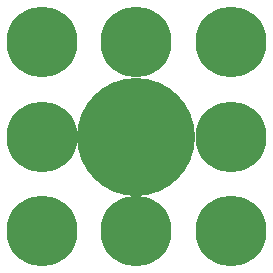
<source format=gtl>
G04 #@! TF.FileFunction,Copper,L1,Top,Signal*
%FSLAX46Y46*%
G04 Gerber Fmt 4.6, Leading zero omitted, Abs format (unit mm)*
G04 Created by KiCad (PCBNEW 4.0.1-3.201512221402+6198~38~ubuntu14.04.1-stable) date Mon 29 Feb 2016 11:09:00 PM PST*
%MOMM*%
G01*
G04 APERTURE LIST*
%ADD10C,0.100000*%
%ADD11C,10.000000*%
%ADD12C,6.000000*%
G04 APERTURE END LIST*
D10*
D11*
X131500000Y-89500000D03*
D12*
X139500000Y-81500000D03*
X123500000Y-81500000D03*
X131500000Y-81500000D03*
X139500000Y-89500000D03*
X139500000Y-97500000D03*
X131500000Y-97500000D03*
X123500000Y-89500000D03*
X123500000Y-97500000D03*
M02*

</source>
